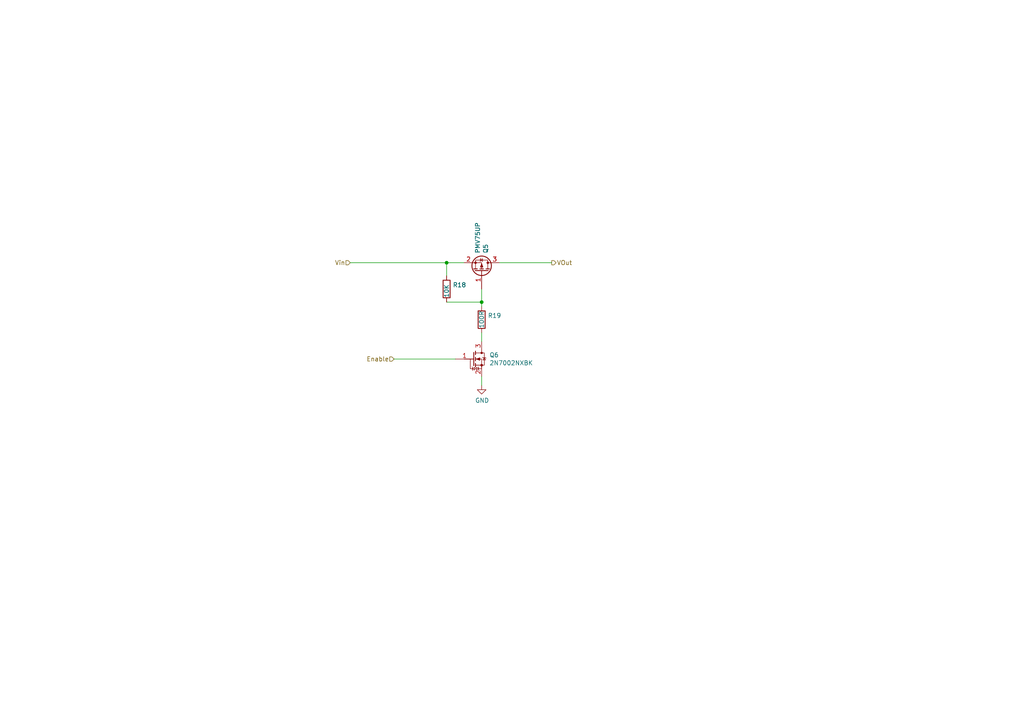
<source format=kicad_sch>
(kicad_sch (version 20211123) (generator eeschema)
  (paper "A4")
  (title_block (title "High_side_SW"))
  (lib_symbols
    (symbol "Resistor_SMD_0603:100R" (pin_numbers hide) (pin_names (offset 0))
      (property "Reference" "R" (at 2.032 0 90))
      (property "Value" "100R" (at 0 0 90))
      (symbol "100R_0_1"
        (rectangle (start -1.016 -2.54) (end 1.016 2.54) (stroke (width 0.254)))
      )
      (symbol "100R_1_1"
        (pin passive line (at 0 3.81 270) (length 1.27) (name "~") (number "1"))
        (pin passive line (at 0 -3.81 90) (length 1.27) (name "~") (number "2"))
      )
    )
    (symbol "Resistor_SMD_0603:10K" (pin_numbers hide) (pin_names (offset 0))
      (property "Reference" "R" (at 2.032 0 90))
      (property "Value" "10K" (at 0 0 90))
      (symbol "10K_0_1"
        (rectangle (start -1.016 -2.54) (end 1.016 2.54) (stroke (width 0.254)))
      )
      (symbol "10K_1_1"
        (pin passive line (at 0 3.81 270) (length 1.27) (name "~") (number "1"))
        (pin passive line (at 0 -3.81 90) (length 1.27) (name "~") (number "2"))
      )
    )
    (symbol "Transistor:2N7002NXBK" (pin_names (offset 0) hide)
      (property "Reference" "Q" (at 2.54 1.905 0))
      (property "Value" "2N7002NXBK" (at 2.54 0 0))
      (symbol "2N7002NXBK_0_1"
        (circle (center 0 -1.778) (radius 0.2794) (fill (type outline)))
        (polyline (pts (xy -1.778 -1.778) (xy 0 -1.778)))
        (polyline (pts (xy -1.524 -2.794) (xy -2.032 -2.794)))
        (polyline (pts (xy 0 -1.778) (xy 0 -2.54)))
        (polyline (pts (xy -2.54 -2.794) (xy -3.302 -2.794) (xy -3.302 0)))
        (polyline (pts (xy -0.762 -2.794) (xy -0.254 -2.794) (xy 0 -2.794)))
      )
      (symbol "2N7002NXBK_1_1"
        (circle (center 0 -1.778) (radius 0.254) (fill (type outline)))
        (polyline (pts (xy -2.286 0) (xy -5.08 0)))
        (polyline (pts (xy -2.286 1.905) (xy -2.286 -1.905)) (stroke (width 0.254)))
        (polyline (pts (xy -1.778 -1.27) (xy -1.778 -2.286)) (stroke (width 0.254)))
        (polyline (pts (xy -1.778 0.508) (xy -1.778 -0.508)) (stroke (width 0.254)))
        (polyline (pts (xy -1.778 2.286) (xy -1.778 1.27)) (stroke (width 0.254)))
        (polyline (pts (xy 0 2.54) (xy 0 1.778)))
        (polyline (pts (xy 0 -2.54) (xy 0 0) (xy -1.778 0)))
        (polyline (pts (xy -2.794 -2.286) (xy -2.667 -2.413) (xy -2.667 -3.175) (xy -2.54 -3.302)))
        (polyline (pts (xy -2.667 -2.794) (xy -2.032 -2.413) (xy -2.032 -3.175) (xy -2.667 -2.794)))
        (polyline (pts (xy -1.778 -1.778) (xy 0.762 -1.778) (xy 0.762 1.778) (xy -1.778 1.778)))
        (polyline (pts (xy -1.524 0) (xy -0.508 0.381) (xy -0.508 -0.381) (xy -1.524 0)) (fill (type outline)))
        (polyline (pts (xy -0.889 -2.794) (xy -1.524 -3.175) (xy -1.524 -2.413) (xy -0.889 -2.794)))
        (polyline (pts (xy -0.762 -3.302) (xy -0.889 -3.175) (xy -0.889 -2.413) (xy -1.016 -2.286)))
        (polyline (pts (xy 0.254 0.508) (xy 0.381 0.381) (xy 1.143 0.381) (xy 1.27 0.254)))
        (polyline (pts (xy 0.762 0.381) (xy 0.381 -0.254) (xy 1.143 -0.254) (xy 0.762 0.381)))
        (circle (center 0 1.778) (radius 0.254) (fill (type outline)))
        (pin input line (at -7.62 0 0) (length 5.334) (name "G") (number "1"))
        (pin passive line (at 0 -5.08 90) (length 2.54) (name "S") (number "2"))
        (pin passive line (at 0 5.08 270) (length 2.54) (name "D") (number "3"))
      )
    )
    (symbol "Transistor:PMV75UP" (pin_names (offset 0) hide)
      (property "Reference" "Q" (at 5.08 1.905 0))
      (property "Value" "PMV75UP" (at 5.08 0 0))
      (symbol "PMV75UP_0_1"
        (polyline (pts (xy 0.762 -1.778) (xy 2.54 -1.778)))
        (polyline (pts (xy 0.762 -1.27) (xy 0.762 -2.286)) (stroke (width 0.254)))
        (polyline (pts (xy 0.762 0.508) (xy 0.762 -0.508)) (stroke (width 0.254)))
        (polyline (pts (xy 0.762 1.778) (xy 2.54 1.778)))
        (polyline (pts (xy 0.762 2.286) (xy 0.762 1.27)) (stroke (width 0.254)))
        (polyline (pts (xy 2.54 -1.778) (xy 2.54 -2.54)))
        (polyline (pts (xy 2.54 2.54) (xy 2.54 1.778)))
        (polyline (pts (xy 0.254 1.905) (xy 0.254 -1.905) (xy 0.254 -1.905)) (stroke (width 0.254)))
        (polyline (pts (xy 2.54 -1.778) (xy 3.302 -1.778) (xy 3.302 1.778) (xy 2.54 1.778)))
        (circle (center 2.54 -1.778) (radius 0.2794) (fill (type outline)))
        (circle (center 2.54 1.778) (radius 0.2794) (fill (type outline)))
      )
      (symbol "PMV75UP_1_1"
        (polyline (pts (xy 0.762 0) (xy 2.54 0)))
        (polyline (pts (xy 2.54 -1.778) (xy 2.54 0)))
        (polyline (pts (xy 2.286 0) (xy 1.27 -0.381) (xy 1.27 0.381) (xy 2.286 0)) (fill (type outline)))
        (polyline (pts (xy 2.794 -0.508) (xy 2.921 -0.381) (xy 3.683 -0.381) (xy 3.81 -0.254)))
        (polyline (pts (xy 3.302 -0.381) (xy 2.921 0.254) (xy 3.683 0.254) (xy 3.302 -0.381)))
        (circle (center 1.651 0) (radius 2.8194) (stroke (width 0.254)))
        (pin input line (at -5.08 0 0) (length 5.334) (name "G") (number "1"))
        (pin passive line (at 2.54 -5.08 90) (length 2.54) (name "S") (number "2"))
        (pin passive line (at 2.54 5.08 270) (length 2.54) (name "D") (number "3"))
      )
    )
    (symbol "power:GND" (power) (pin_names (offset 0))
      (property "Value" "GND" (at 0 -3.81 0))
      (symbol "GND_0_1"
        (polyline (pts (xy 0 0) (xy 0 -1.27) (xy 1.27 -1.27) (xy 0 -2.54) (xy -1.27 -1.27) (xy 0 -1.27)))
      )
      (symbol "GND_1_1"
        (pin power_in line (at 0 0 270) (length 0) hide (name "GND") (number "1"))
      )
    )
  )
  (junction (at 139.7 87.63))
  (junction (at 129.54 76.2))
  (wire (pts (xy 139.7 88.9) (xy 139.7 87.63)))
  (wire (pts (xy 144.78 76.2) (xy 160.02 76.2)))
  (wire (pts (xy 114.3 104.14) (xy 132.08 104.14)))
  (wire (pts (xy 139.7 109.22) (xy 139.7 111.76)))
  (wire (pts (xy 139.7 96.52) (xy 139.7 99.06)))
  (wire (pts (xy 129.54 87.63) (xy 139.7 87.63)))
  (wire (pts (xy 129.54 76.2) (xy 129.54 80.01)))
  (wire (pts (xy 101.6 76.2) (xy 129.54 76.2)))
  (wire (pts (xy 134.62 76.2) (xy 129.54 76.2)))
  (wire (pts (xy 139.7 87.63) (xy 139.7 83.82)))
  (hierarchical_label "Vin" (shape input) (at 101.6 76.2 180))
  (hierarchical_label "VOut" (shape output) (at 160.02 76.2 0))
  (hierarchical_label "Enable" (shape input) (at 114.3 104.14 180))
  (symbol (lib_id "Transistor:2N7002NXBK") (at 139.7 104.14 0) (unit 1)
    (property "Reference" "Q6" (at 141.9352 102.9716 0) (effects (justify left)))
    (property "Value" "2N7002NXBK" (at 141.9352 105.283 0) (effects (justify left)))
    (property "Footprint" "Package_TO_SOT_SMD:SOT-23" (effects hide))
    (property "Datasheet" "https://assets.nexperia.com/documents/data-sheet/2N7002NXBK.pdf" (effects hide))
    (property "MPN" "2N7002NXBKR" (effects hide))
    (property "Description" "60V 5.5A 104mOhm" (effects hide))
    (property "Manufacturer" "ON semiconductor" (effects hide))
    (property "Reviewed" "Yes" (effects hide))
  )
  (symbol (lib_id "Transistor:PMV75UP") (at 139.7 78.74 270) (mirror x) (unit 1)
    (property "Reference" "Q5" (at 140.8684 73.5076 0) (effects (justify left)))
    (property "Value" "PMV75UP" (at 138.557 73.5076 0) (effects (justify left)))
    (property "Footprint" "Package_TO_SOT_SMD:SOT-23" (effects hide))
    (property "Datasheet" "https://assets.nexperia.com/documents/data-sheet/PMV75UP.pdf" (effects hide))
    (property "MPN" "PMV75UP,215" (effects hide))
    (property "Description" "20Vds, -3.2A Id,  P-channel, 1 mOhm@-1.8Vgs Ron, SOT-23" (effects hide))
    (property "Manufacturer" "NXP" (effects hide))
  )
  (symbol (lib_id "Resistor_SMD_0603:10K") (at 129.54 83.82 0) (unit 1)
    (property "Reference" "R18" (at 131.318 82.6516 0) (effects (justify left)))
    (property "Value" "10K" (at 129.54 86.36 90) (effects (justify left)))
    (property "Footprint" "Resistor_SMD:R_0603_1608Metric" (effects hide))
    (property "Datasheet" "http://www.vishay.com/docs/28705/mcx0x0xpro.pdf" (effects hide))
    (property "Description" "10K 1% 100ppm 0603" (effects hide))
    (property "Populate" "1" (effects hide))
    (property "Generic" "1" (effects hide))
    (property "Installed" "NI" (effects hide))
  )
  (symbol (lib_id "Resistor_SMD_0603:100R") (at 139.7 92.71 0) (unit 1)
    (property "Reference" "R19" (at 141.478 91.5416 0) (effects (justify left)))
    (property "Value" "100R" (at 139.7 95.25 90) (effects (justify left)))
    (property "Footprint" "Resistor_SMD:R_0603_1608Metric" (effects hide))
    (property "Datasheet" "http://www.vishay.com/docs/28705/mcx0x0xpro.pdf" (effects hide))
    (property "Description" "100R 1% 100ppm 0603" (effects hide))
    (property "Populate" "1" (effects hide))
    (property "Generic" "1" (effects hide))
    (property "Installed" "NI" (effects hide))
  )
  (symbol (lib_id "power:GND") (at 139.7 111.76 0) (unit 1)
    (property "Reference" "#PWR026" (effects hide))
    (property "Value" "GND" (at 139.827 116.1542 0))
  )
)
</source>
